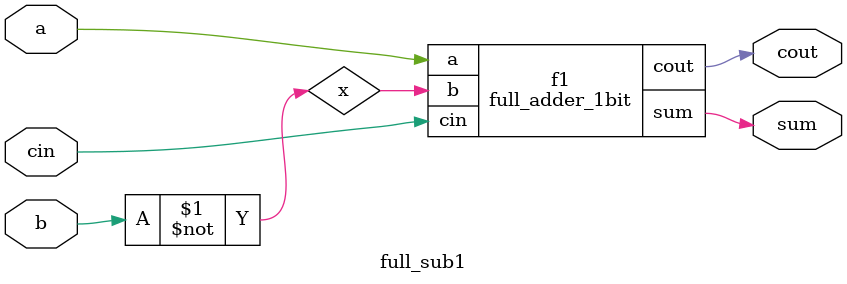
<source format=v>
module full_adder_1bit (sum,cout,a,b,cin);
output sum,cout;
input a,b,cin;
wire c1,c2,c3,c4,c5,c6,c7;

nand n1(c1,a,b);
nand n2(c2,c1,a);
nand n3(c3,c1,b);
nand n4(c4,c2,c3);
nand n5(c5,c4,cin);
nand n6(c6,c4,c5);
nand n7(c7,c5,cin);
nand n8(cout,c1,c5);
nand n9(sum,c7,c6);

endmodule

module full_sub1(sum,cout,a,b,cin);
output sum,cout;
input a,b,cin;
wire x;

not n1(x,b);

full_adder_1bit f1(sum,cout,a,x,cin);

endmodule

</source>
